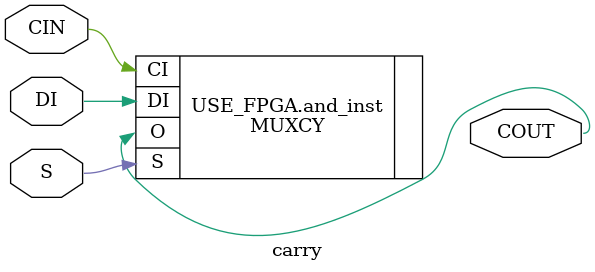
<source format=v>

`timescale 1ps/1ps


module carry #
  (
   parameter         C_FAMILY                         = "virtex6"
                       // FPGA Family. Current version: virtex6 or spartan6.
   )
  (
   input  wire        CIN,
   input  wire        S,
   input  wire        DI,
   output wire        COUT
   );
  
  
  /////////////////////////////////////////////////////////////////////////////
  // Variables for generating parameter controlled instances.
  /////////////////////////////////////////////////////////////////////////////
  
  
  /////////////////////////////////////////////////////////////////////////////
  // Local params
  /////////////////////////////////////////////////////////////////////////////
  
  
  /////////////////////////////////////////////////////////////////////////////
  // Functions
  /////////////////////////////////////////////////////////////////////////////
  
  
  /////////////////////////////////////////////////////////////////////////////
  // Internal signals
  /////////////////////////////////////////////////////////////////////////////
  
  
  /////////////////////////////////////////////////////////////////////////////
  // Instantiate or use RTL code
  /////////////////////////////////////////////////////////////////////////////
  
  generate
    if ( C_FAMILY == "rtl" ) begin : USE_RTL
      assign COUT = (CIN & S) | (DI & ~S);
      
    end else begin : USE_FPGA
    
      MUXCY and_inst 
      (
       .O (COUT), 
       .CI (CIN), 
       .DI (DI), 
       .S (S)
      ); 
      
    end
  endgenerate
  
  
endmodule


</source>
